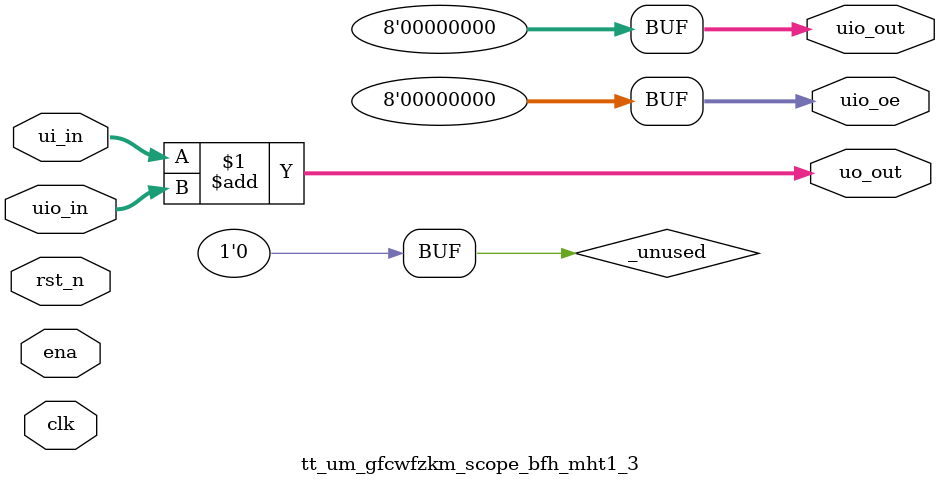
<source format=v>
`default_nettype none

module tt_um_gfcwfzkm_scope_bfh_mht1_3 (
    input  wire [7:0] ui_in,    // Dedicated inputs
    output wire [7:0] uo_out,   // Dedicated outputs
    input  wire [7:0] uio_in,   // IOs: Input path
    output wire [7:0] uio_out,  // IOs: Output path
    output wire [7:0] uio_oe,   // IOs: Enable path (active high: 0=input, 1=output)
    input  wire       ena,      // always 1 when the design is powered, so you can ignore it
    input  wire       clk,      // clock
    input  wire       rst_n     // reset_n - low to reset
);

  // All output pins must be assigned. If not used, assign to 0.
  assign uo_out  = ui_in + uio_in;  // Example: ou_out is the sum of ui_in and uio_in
  assign uio_out = 0;
  assign uio_oe  = 0;

  // List all unused inputs to prevent warnings
  wire _unused = &{ena, clk, rst_n, 1'b0};

endmodule
</source>
